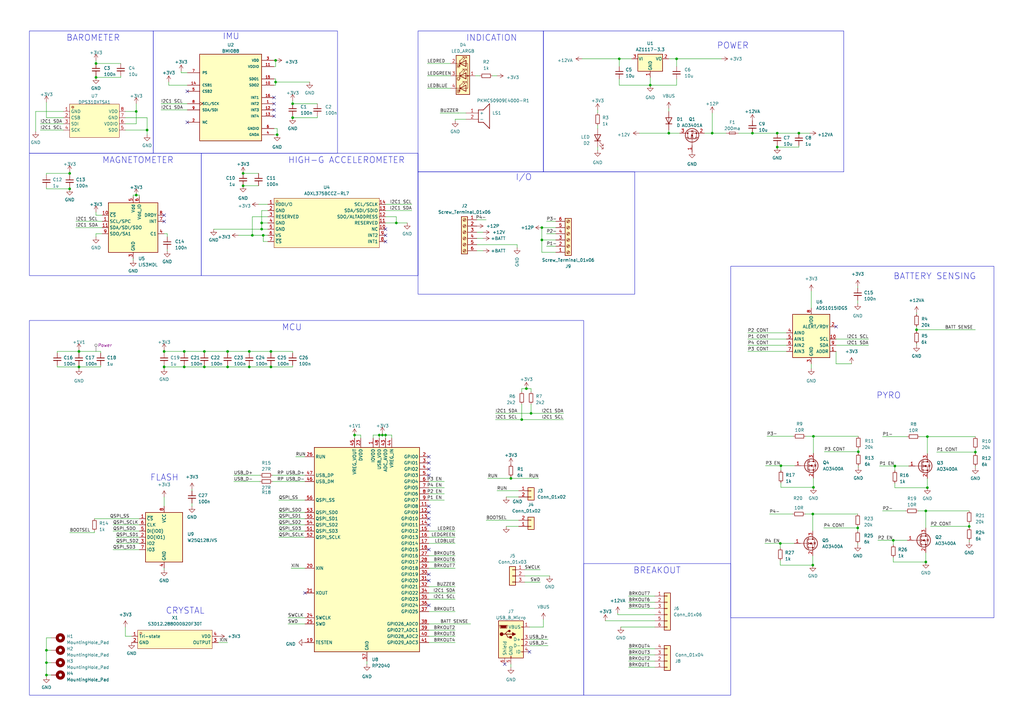
<source format=kicad_sch>
(kicad_sch (version 20230121) (generator eeschema)
  (paper "A3")
  (title_block (title "LYRA Flight Computer V3") (date "2023-11-23") (rev "0") (company "Polaris Rocketry Systems"))
  (junction (at 75.565 150.495))
  (junction (at 352.044 185.293))
  (junction (at 318.77 54.61))
  (junction (at 213.995 172.085))
  (junction (at 274.32 54.61))
  (junction (at 367.03 191.135))
  (junction (at 83.82 144.145))
  (junction (at 55.88 80.01))
  (junction (at 19.05 271.78))
  (junction (at 113.03 24.765))
  (junction (at 380.365 200.025))
  (junction (at 266.7 34.925))
  (junction (at 93.345 150.495))
  (junction (at 320.04 222.885))
  (junction (at 39.37 26.035))
  (junction (at 351.79 216.535))
  (junction (at 39.37 31.75))
  (junction (at 99.695 71.12))
  (junction (at 155.575 178.435))
  (junction (at 222.25 93.345))
  (junction (at 28.575 77.47))
  (junction (at 120.015 48.26))
  (junction (at 19.05 276.86))
  (junction (at 215.9 159.385))
  (junction (at 320.294 191.008))
  (junction (at 222.25 98.425))
  (junction (at 333.629 178.943))
  (junction (at 400.05 185.42))
  (junction (at 102.235 144.145))
  (junction (at 67.31 150.495))
  (junction (at 366.395 221.615))
  (junction (at 60.325 53.34))
  (junction (at 333.629 199.898))
  (junction (at 28.575 71.12))
  (junction (at 102.235 150.495))
  (junction (at 19.05 266.7))
  (junction (at 113.665 55.245))
  (junction (at 83.82 150.495))
  (junction (at 379.73 230.505))
  (junction (at 32.385 150.495))
  (junction (at 217.805 169.545))
  (junction (at 333.375 210.82))
  (junction (at 327.66 54.61))
  (junction (at 103.505 96.52))
  (junction (at 113.03 33.655))
  (junction (at 380.365 179.07))
  (junction (at 375.92 135.255))
  (junction (at 111.125 150.495))
  (junction (at 145.415 178.435))
  (junction (at 397.51 215.9))
  (junction (at 277.495 24.13))
  (junction (at 107.315 91.44))
  (junction (at 107.315 93.98))
  (junction (at 308.61 54.61))
  (junction (at 120.015 42.545))
  (junction (at 67.31 144.145))
  (junction (at 333.375 231.775))
  (junction (at 107.95 96.52))
  (junction (at 75.565 144.145))
  (junction (at 32.385 144.145))
  (junction (at 156.845 178.435))
  (junction (at 318.77 60.325))
  (junction (at 292.1 54.61))
  (junction (at 209.55 196.215))
  (junction (at 254 24.13))
  (junction (at 379.73 209.55))
  (junction (at 111.125 144.145))
  (junction (at 55.88 45.72))
  (junction (at 93.345 144.145))
  (junction (at 162.56 91.44))
  (junction (at 158.115 178.435))
  (junction (at 99.695 76.2))
  (no_connect (at 112.395 42.545))
  (no_connect (at 175.895 194.945))
  (no_connect (at 175.895 248.285))
  (no_connect (at 175.895 189.865))
  (no_connect (at 175.895 215.265))
  (no_connect (at 175.895 238.125))
  (no_connect (at 76.835 50.165))
  (no_connect (at 207.01 272.415))
  (no_connect (at 217.17 267.335))
  (no_connect (at 76.835 37.465))
  (no_connect (at 112.395 40.005))
  (no_connect (at 342.9 133.985))
  (no_connect (at 175.895 192.405))
  (no_connect (at 67.31 90.805))
  (no_connect (at 125.095 243.205))
  (no_connect (at 175.895 235.585))
  (no_connect (at 175.895 210.185))
  (no_connect (at 158.115 99.06))
  (no_connect (at 175.895 212.725))
  (no_connect (at 67.31 88.265))
  (no_connect (at 158.115 93.98))
  (no_connect (at 175.895 225.425))
  (no_connect (at 112.395 45.085))
  (no_connect (at 175.895 187.325))
  (no_connect (at 112.395 47.625))
  (no_connect (at 158.115 96.52))
  (no_connect (at 175.895 207.645))
  (wire (pts (xy 106.045 83.82) (xy 109.855 83.82)))
  (wire (pts (xy 39.37 24.765) (xy 39.37 26.035)))
  (wire (pts (xy 121.285 187.325) (xy 125.095 187.325)))
  (wire (pts (xy 320.294 199.898) (xy 333.629 199.898)))
  (wire (pts (xy 212.725 215.9) (xy 207.645 215.9)))
  (wire (pts (xy 352.044 191.008) (xy 352.044 191.643)))
  (wire (pts (xy 209.55 196.215) (xy 220.98 196.215)))
  (wire (pts (xy 366.395 230.505) (xy 366.395 228.6)))
  (wire (pts (xy 57.15 215.265) (xy 46.355 215.265)))
  (wire (pts (xy 222.25 98.425) (xy 222.25 103.505)))
  (wire (pts (xy 97.79 96.52) (xy 103.505 96.52)))
  (wire (pts (xy 175.895 250.825) (xy 186.69 250.825)))
  (wire (pts (xy 57.15 217.805) (xy 46.355 217.805)))
  (wire (pts (xy 268.605 268.605) (xy 257.81 268.605)))
  (wire (pts (xy 68.58 102.235) (xy 68.58 102.87)))
  (wire (pts (xy 51.435 45.72) (xy 55.88 45.72)))
  (wire (pts (xy 182.245 197.485) (xy 175.895 197.485)))
  (wire (pts (xy 38.735 218.44) (xy 38.735 217.805)))
  (wire (pts (xy 306.705 136.525) (xy 322.58 136.525)))
  (wire (pts (xy 397.51 221.615) (xy 397.51 222.25)))
  (wire (pts (xy 209.55 272.415) (xy 209.55 273.685)))
  (wire (pts (xy 19.05 48.26) (xy 26.035 48.26)))
  (wire (pts (xy 186.69 48.895) (xy 191.135 48.895)))
  (wire (pts (xy 113.665 52.705) (xy 113.665 55.245)))
  (wire (pts (xy 153.035 179.705) (xy 153.035 178.435)))
  (wire (pts (xy 360.045 221.615) (xy 366.395 221.615)))
  (wire (pts (xy 118.11 253.365) (xy 125.095 253.365)))
  (wire (pts (xy 93.345 144.145) (xy 102.235 144.145)))
  (wire (pts (xy 19.05 271.78) (xy 19.05 266.7)))
  (wire (pts (xy 147.955 178.435) (xy 147.955 179.705)))
  (wire (pts (xy 57.15 225.425) (xy 46.355 225.425)))
  (wire (pts (xy 49.53 31.115) (xy 49.53 31.75)))
  (wire (pts (xy 175.895 233.045) (xy 186.69 233.045)))
  (wire (pts (xy 277.495 24.13) (xy 277.495 27.305)))
  (wire (pts (xy 195.58 97.79) (xy 198.12 97.79)))
  (wire (pts (xy 213.995 159.385) (xy 215.9 159.385)))
  (wire (pts (xy 180.481 46.3637) (xy 187.96 46.3637)))
  (wire (pts (xy 175.895 245.745) (xy 186.69 245.745)))
  (wire (pts (xy 109.855 88.9) (xy 103.505 88.9)))
  (wire (pts (xy 112.395 34.925) (xy 113.03 34.925)))
  (wire (pts (xy 55.88 45.72) (xy 55.88 50.8)))
  (wire (pts (xy 292.1 46.355) (xy 292.1 54.61)))
  (wire (pts (xy 120.015 47.625) (xy 120.015 48.26)))
  (wire (pts (xy 351.79 123.19) (xy 351.79 124.46)))
  (wire (pts (xy 212.09 100.33) (xy 195.58 100.33)))
  (wire (pts (xy 125.095 233.045) (xy 119.38 233.045)))
  (wire (pts (xy 352.044 185.293) (xy 352.044 185.928)))
  (wire (pts (xy 111.125 144.145) (xy 120.015 144.145)))
  (wire (pts (xy 114.3 217.805) (xy 125.095 217.805)))
  (wire (pts (xy 175.895 255.905) (xy 193.04 255.905)))
  (wire (pts (xy 222.25 93.345) (xy 227.965 93.345)))
  (wire (pts (xy 19.05 41.91) (xy 19.05 48.26)))
  (wire (pts (xy 55.88 80.01) (xy 57.15 80.01)))
  (wire (pts (xy 201.93 31.115) (xy 203.835 31.115)))
  (wire (pts (xy 39.37 88.265) (xy 41.91 88.265)))
  (wire (pts (xy 75.565 144.145) (xy 83.82 144.145)))
  (wire (pts (xy 111.76 197.485) (xy 125.095 197.485)))
  (wire (pts (xy 114.3 212.725) (xy 125.095 212.725)))
  (wire (pts (xy 351.79 215.9) (xy 351.79 216.535)))
  (wire (pts (xy 76.835 45.085) (xy 66.04 45.085)))
  (wire (pts (xy 39.37 97.155) (xy 39.37 95.885)))
  (wire (pts (xy 158.115 88.9) (xy 162.56 88.9)))
  (wire (pts (xy 19.05 266.7) (xy 20.955 266.7)))
  (wire (pts (xy 342.9 141.605) (xy 356.235 141.605)))
  (wire (pts (xy 103.505 88.9) (xy 103.505 96.52)))
  (wire (pts (xy 195.58 95.25) (xy 198.12 95.25)))
  (wire (pts (xy 254 24.13) (xy 259.08 24.13)))
  (wire (pts (xy 19.05 277.495) (xy 19.05 276.86)))
  (wire (pts (xy 111.125 150.495) (xy 111.125 149.86)))
  (wire (pts (xy 361.95 179.07) (xy 372.11 179.07)))
  (wire (pts (xy 107.95 96.52) (xy 109.855 96.52)))
  (wire (pts (xy 330.454 178.943) (xy 333.629 178.943)))
  (wire (pts (xy 175.895 222.885) (xy 186.69 222.885)))
  (wire (pts (xy 217.17 262.255) (xy 224.79 262.255)))
  (wire (pts (xy 379.73 226.695) (xy 379.73 230.505)))
  (wire (pts (xy 32.385 144.145) (xy 41.275 144.145)))
  (wire (pts (xy 19.05 276.86) (xy 19.05 271.78)))
  (wire (pts (xy 254.635 257.175) (xy 268.605 257.175)))
  (wire (pts (xy 145.415 178.435) (xy 145.415 179.705)))
  (wire (pts (xy 195.58 102.87) (xy 198.12 102.87)))
  (wire (pts (xy 60.325 53.34) (xy 60.325 48.26)))
  (wire (pts (xy 320.04 224.79) (xy 320.04 222.885)))
  (wire (pts (xy 67.31 144.145) (xy 67.31 144.78)))
  (wire (pts (xy 107.315 93.98) (xy 109.855 93.98)))
  (wire (pts (xy 32.385 143.51) (xy 32.385 144.145)))
  (wire (pts (xy 162.56 91.44) (xy 167.005 91.44)))
  (wire (pts (xy 333.629 178.943) (xy 333.629 185.928)))
  (wire (pts (xy 83.82 150.495) (xy 93.345 150.495)))
  (wire (pts (xy 120.015 150.495) (xy 120.015 149.86)))
  (wire (pts (xy 162.56 91.44) (xy 162.56 88.9)))
  (wire (pts (xy 274.32 53.34) (xy 274.32 54.61)))
  (wire (pts (xy 366.395 221.615) (xy 372.11 221.615)))
  (wire (pts (xy 19.05 266.7) (xy 19.05 261.62)))
  (wire (pts (xy 333.375 227.965) (xy 333.375 231.775)))
  (wire (pts (xy 93.345 263.525) (xy 89.535 263.525)))
  (wire (pts (xy 222.885 254) (xy 222.885 257.175)))
  (wire (pts (xy 238.76 24.13) (xy 254 24.13)))
  (wire (pts (xy 380.365 200.025) (xy 367.03 200.025)))
  (wire (pts (xy 266.7 31.75) (xy 266.7 34.925)))
  (wire (pts (xy 158.115 178.435) (xy 160.655 178.435)))
  (wire (pts (xy 215.265 233.68) (xy 221.615 233.68)))
  (wire (pts (xy 114.3 210.185) (xy 125.095 210.185)))
  (wire (pts (xy 217.17 264.795) (xy 224.79 264.795)))
  (wire (pts (xy 75.565 150.495) (xy 83.82 150.495)))
  (wire (pts (xy 26.035 50.8) (xy 16.51 50.8)))
  (wire (pts (xy 222.25 93.345) (xy 222.25 98.425)))
  (wire (pts (xy 361.95 209.55) (xy 371.475 209.55)))
  (wire (pts (xy 376.555 209.55) (xy 379.73 209.55)))
  (wire (pts (xy 268.605 273.685) (xy 257.81 273.685)))
  (wire (pts (xy 153.035 178.435) (xy 155.575 178.435)))
  (wire (pts (xy 274.32 54.61) (xy 278.765 54.61)))
  (wire (pts (xy 209.55 195.58) (xy 209.55 196.215)))
  (wire (pts (xy 175.26 36.195) (xy 184.785 36.195)))
  (wire (pts (xy 107.315 86.36) (xy 107.315 91.44)))
  (wire (pts (xy 327.66 60.325) (xy 318.77 60.325)))
  (wire (pts (xy 67.31 143.51) (xy 67.31 144.145)))
  (wire (pts (xy 67.31 150.495) (xy 75.565 150.495)))
  (wire (pts (xy 245.11 60.325) (xy 245.11 61.595)))
  (wire (pts (xy 67.31 150.495) (xy 67.31 151.13)))
  (wire (pts (xy 215.265 238.76) (xy 221.615 238.76)))
  (wire (pts (xy 75.565 144.145) (xy 75.565 144.78)))
  (wire (pts (xy 41.275 150.495) (xy 41.275 149.86)))
  (wire (pts (xy 306.705 139.065) (xy 322.58 139.065)))
  (wire (pts (xy 93.345 150.495) (xy 102.235 150.495)))
  (wire (pts (xy 41.275 144.145) (xy 41.275 144.78)))
  (wire (pts (xy 187.96 46.355) (xy 191.135 46.355)))
  (wire (pts (xy 102.235 150.495) (xy 102.235 149.86)))
  (wire (pts (xy 120.015 42.545) (xy 130.175 42.545)))
  (wire (pts (xy 332.74 119.38) (xy 332.74 126.365)))
  (wire (pts (xy 217.17 257.175) (xy 222.885 257.175)))
  (wire (pts (xy 338.074 185.293) (xy 352.044 185.293)))
  (wire (pts (xy 377.19 179.07) (xy 380.365 179.07)))
  (wire (pts (xy 213.995 165.735) (xy 213.995 172.085)))
  (wire (pts (xy 127 33.655) (xy 113.03 33.655)))
  (wire (pts (xy 106.045 71.12) (xy 99.695 71.12)))
  (wire (pts (xy 19.05 271.78) (xy 20.955 271.78)))
  (wire (pts (xy 103.505 96.52) (xy 107.95 96.52)))
  (wire (pts (xy 375.92 135.255) (xy 375.92 135.89)))
  (wire (pts (xy 130.175 47.625) (xy 130.175 48.26)))
  (wire (pts (xy 187.96 46.3637) (xy 187.96 46.355)))
  (wire (pts (xy 39.37 31.75) (xy 49.53 31.75)))
  (wire (pts (xy 375.92 135.255) (xy 400.05 135.255)))
  (wire (pts (xy 28.575 76.835) (xy 28.575 77.47)))
  (wire (pts (xy 68.58 95.885) (xy 68.58 97.155)))
  (wire (pts (xy 268.605 244.475) (xy 257.81 244.475)))
  (wire (pts (xy 155.575 178.435) (xy 155.575 179.705)))
  (wire (pts (xy 111.125 144.145) (xy 111.125 144.78)))
  (wire (pts (xy 67.31 95.885) (xy 68.58 95.885)))
  (wire (pts (xy 400.05 191.135) (xy 400.05 191.77)))
  (wire (pts (xy 114.3 220.345) (xy 125.095 220.345)))
  (wire (pts (xy 175.895 230.505) (xy 186.69 230.505)))
  (wire (pts (xy 23.495 144.145) (xy 23.495 144.78)))
  (wire (pts (xy 199.39 90.17) (xy 195.58 90.17)))
  (wire (pts (xy 277.495 32.385) (xy 277.495 34.925)))
  (wire (pts (xy 175.26 31.115) (xy 184.785 31.115)))
  (wire (pts (xy 315.595 210.82) (xy 325.12 210.82)))
  (wire (pts (xy 381.635 215.9) (xy 397.51 215.9)))
  (wire (pts (xy 87.63 93.98) (xy 107.315 93.98)))
  (wire (pts (xy 351.79 117.475) (xy 351.79 118.11)))
  (wire (pts (xy 158.115 178.435) (xy 158.115 179.705)))
  (wire (pts (xy 222.25 98.425) (xy 227.965 98.425)))
  (wire (pts (xy 112.395 27.305) (xy 113.03 27.305)))
  (wire (pts (xy 32.385 150.495) (xy 41.275 150.495)))
  (wire (pts (xy 150.495 272.415) (xy 150.495 271.145)))
  (wire (pts (xy 83.82 144.145) (xy 93.345 144.145)))
  (wire (pts (xy 330.2 210.82) (xy 333.375 210.82)))
  (wire (pts (xy 254 32.385) (xy 254 34.925)))
  (wire (pts (xy 212.725 213.36) (xy 199.39 213.36)))
  (wire (pts (xy 217.805 159.385) (xy 217.805 160.655)))
  (wire (pts (xy 95.885 194.945) (xy 106.68 194.945)))
  (wire (pts (xy 28.575 71.12) (xy 28.575 71.755)))
  (wire (pts (xy 39.37 31.115) (xy 39.37 31.75)))
  (wire (pts (xy 51.435 260.985) (xy 53.975 260.985)))
  (wire (pts (xy 76.835 42.545) (xy 66.04 42.545)))
  (wire (pts (xy 120.015 48.26) (xy 130.175 48.26)))
  (wire (pts (xy 203.2 169.545) (xy 217.805 169.545)))
  (wire (pts (xy 351.79 222.885) (xy 351.79 223.52)))
  (wire (pts (xy 268.605 247.015) (xy 257.81 247.015)))
  (wire (pts (xy 47.625 222.885) (xy 57.15 222.885)))
  (wire (pts (xy 69.215 33.655) (xy 69.215 34.925)))
  (wire (pts (xy 175.26 26.035) (xy 184.785 26.035)))
  (wire (pts (xy 39.37 86.995) (xy 39.37 88.265)))
  (wire (pts (xy 175.895 243.205) (xy 186.69 243.205)))
  (wire (pts (xy 120.015 144.145) (xy 120.015 144.78)))
  (wire (pts (xy 19.05 261.62) (xy 20.955 261.62)))
  (wire (pts (xy 308.61 54.61) (xy 318.77 54.61)))
  (wire (pts (xy 175.895 258.445) (xy 186.69 258.445)))
  (wire (pts (xy 75.565 150.495) (xy 75.565 149.86)))
  (wire (pts (xy 397.51 215.9) (xy 397.51 216.535)))
  (wire (pts (xy 380.365 179.07) (xy 400.05 179.07)))
  (wire (pts (xy 78.74 207.645) (xy 78.74 206.375)))
  (wire (pts (xy 41.91 90.805) (xy 31.115 90.805)))
  (wire (pts (xy 83.82 144.145) (xy 83.82 144.78)))
  (wire (pts (xy 375.92 128.27) (xy 375.92 128.905)))
  (wire (pts (xy 39.37 95.885) (xy 41.91 95.885)))
  (wire (pts (xy 268.605 249.555) (xy 257.81 249.555)))
  (wire (pts (xy 186.69 49.53) (xy 186.69 48.895)))
  (wire (pts (xy 224.155 100.965) (xy 227.965 100.965)))
  (wire (pts (xy 360.68 191.135) (xy 367.03 191.135)))
  (wire (pts (xy 32.385 150.495) (xy 32.385 151.13)))
  (wire (pts (xy 51.435 53.34) (xy 60.325 53.34)))
  (wire (pts (xy 266.7 34.925) (xy 277.495 34.925)))
  (wire (pts (xy 268.605 266.065) (xy 257.81 266.065)))
  (wire (pts (xy 351.79 216.535) (xy 351.79 217.805)))
  (wire (pts (xy 41.91 93.345) (xy 31.115 93.345)))
  (wire (pts (xy 47.625 220.345) (xy 57.15 220.345)))
  (wire (pts (xy 175.895 220.345) (xy 186.69 220.345)))
  (wire (pts (xy 19.05 71.12) (xy 19.05 71.755)))
  (wire (pts (xy 224.155 95.885) (xy 227.965 95.885)))
  (wire (pts (xy 342.9 149.225) (xy 349.25 149.225)))
  (wire (pts (xy 54.61 106.045) (xy 54.61 106.68)))
  (wire (pts (xy 118.11 255.905) (xy 125.095 255.905)))
  (wire (pts (xy 245.11 45.085) (xy 245.11 46.355)))
  (wire (pts (xy 28.575 77.47) (xy 19.05 77.47)))
  (wire (pts (xy 213.995 159.385) (xy 213.995 160.655)))
  (wire (pts (xy 93.345 150.495) (xy 93.345 149.86)))
  (wire (pts (xy 375.92 133.985) (xy 375.92 135.255)))
  (wire (pts (xy 380.365 179.07) (xy 380.365 186.055)))
  (wire (pts (xy 158.115 91.44) (xy 162.56 91.44)))
  (wire (pts (xy 367.03 200.025) (xy 367.03 198.12)))
  (wire (pts (xy 400.05 184.15) (xy 400.05 185.42)))
  (wire (pts (xy 112.395 32.385) (xy 113.03 32.385)))
  (wire (pts (xy 274.32 24.13) (xy 277.495 24.13)))
  (wire (pts (xy 314.579 178.943) (xy 325.374 178.943)))
  (wire (pts (xy 274.32 44.45) (xy 274.32 45.72)))
  (wire (pts (xy 366.395 223.52) (xy 366.395 221.615)))
  (wire (pts (xy 111.76 194.945) (xy 125.095 194.945)))
  (wire (pts (xy 253.365 252.095) (xy 268.605 252.095)))
  (wire (pts (xy 158.115 86.36) (xy 168.91 86.36)))
  (wire (pts (xy 83.82 150.495) (xy 83.82 149.86)))
  (wire (pts (xy 78.74 200.66) (xy 78.74 201.295)))
  (wire (pts (xy 51.435 257.175) (xy 51.435 260.985)))
  (wire (pts (xy 268.605 271.145) (xy 257.81 271.145)))
  (wire (pts (xy 222.25 103.505) (xy 227.965 103.505)))
  (wire (pts (xy 217.805 169.545) (xy 231.14 169.545)))
  (wire (pts (xy 254 24.13) (xy 254 27.305)))
  (wire (pts (xy 19.05 76.835) (xy 19.05 77.47)))
  (wire (pts (xy 14.605 45.72) (xy 26.035 45.72)))
  (wire (pts (xy 367.03 191.135) (xy 372.745 191.135)))
  (wire (pts (xy 155.575 178.435) (xy 156.845 178.435)))
  (wire (pts (xy 106.045 76.2) (xy 99.695 76.2)))
  (wire (pts (xy 306.705 144.145) (xy 322.58 144.145)))
  (wire (pts (xy 67.31 233.68) (xy 67.31 233.045)))
  (wire (pts (xy 333.375 210.82) (xy 333.375 217.805)))
  (wire (pts (xy 313.944 191.008) (xy 320.294 191.008)))
  (wire (pts (xy 26.035 53.34) (xy 16.51 53.34)))
  (wire (pts (xy 277.495 24.13) (xy 295.91 24.13)))
  (wire (pts (xy 113.03 27.305) (xy 113.03 24.765)))
  (wire (pts (xy 327.66 54.61) (xy 318.77 54.61)))
  (wire (pts (xy 224.155 90.805) (xy 227.965 90.805)))
  (wire (pts (xy 333.629 196.088) (xy 333.629 199.898)))
  (wire (pts (xy 248.285 254.635) (xy 268.605 254.635)))
  (wire (pts (xy 333.629 178.943) (xy 352.044 178.943)))
  (wire (pts (xy 156.845 177.8) (xy 156.845 178.435)))
  (wire (pts (xy 379.73 209.55) (xy 379.73 216.535)))
  (wire (pts (xy 333.375 210.82) (xy 351.79 210.82)))
  (wire (pts (xy 107.315 91.44) (xy 107.315 93.98)))
  (wire (pts (xy 111.125 150.495) (xy 120.015 150.495)))
  (wire (pts (xy 342.9 144.145) (xy 342.9 149.225)))
  (wire (pts (xy 102.235 144.145) (xy 102.235 144.78)))
  (wire (pts (xy 55.88 80.01) (xy 54.61 80.01)))
  (wire (pts (xy 54.61 80.01) (xy 54.61 80.645)))
  (wire (pts (xy 215.9 159.385) (xy 217.805 159.385)))
  (wire (pts (xy 332.74 149.225) (xy 332.74 151.13)))
  (wire (pts (xy 113.03 32.385) (xy 113.03 33.655)))
  (wire (pts (xy 109.855 86.36) (xy 107.315 86.36)))
  (wire (pts (xy 28.575 218.44) (xy 38.735 218.44)))
  (wire (pts (xy 253.365 251.46) (xy 253.365 252.095)))
  (wire (pts (xy 262.255 54.61) (xy 274.32 54.61)))
  (wire (pts (xy 352.044 184.023) (xy 352.044 185.293)))
  (wire (pts (xy 67.31 144.145) (xy 75.565 144.145)))
  (wire (pts (xy 320.294 191.008) (xy 326.009 191.008)))
  (wire (pts (xy 302.895 54.61) (xy 308.61 54.61)))
  (wire (pts (xy 182.245 202.565) (xy 175.895 202.565)))
  (wire (pts (xy 23.495 150.495) (xy 32.385 150.495)))
  (wire (pts (xy 60.325 55.245) (xy 60.325 53.34)))
  (wire (pts (xy 28.575 70.485) (xy 28.575 71.12)))
  (wire (pts (xy 109.855 91.44) (xy 107.315 91.44)))
  (wire (pts (xy 39.37 26.035) (xy 49.53 26.035)))
  (wire (pts (xy 32.385 150.495) (xy 32.385 149.86)))
  (wire (pts (xy 112.395 24.765) (xy 113.03 24.765)))
  (wire (pts (xy 93.345 144.145) (xy 93.345 144.78)))
  (wire (pts (xy 213.995 172.085) (xy 231.14 172.085)))
  (wire (pts (xy 182.245 200.025) (xy 175.895 200.025)))
  (wire (pts (xy 158.115 83.82) (xy 168.91 83.82)))
  (wire (pts (xy 217.805 165.735) (xy 217.805 169.545)))
  (wire (pts (xy 32.385 144.145) (xy 32.385 144.78)))
  (wire (pts (xy 120.015 41.275) (xy 120.015 42.545)))
  (wire (pts (xy 313.69 222.885) (xy 320.04 222.885)))
  (wire (pts (xy 112.395 55.245) (xy 113.665 55.245)))
  (wire (pts (xy 23.495 150.495) (xy 23.495 149.86)))
  (wire (pts (xy 112.395 52.705) (xy 113.665 52.705)))
  (wire (pts (xy 320.294 192.913) (xy 320.294 191.008)))
  (wire (pts (xy 156.845 178.435) (xy 158.115 178.435)))
  (wire (pts (xy 182.245 205.105) (xy 175.895 205.105)))
  (wire (pts (xy 114.3 215.265) (xy 125.095 215.265)))
  (wire (pts (xy 333.375 231.775) (xy 320.04 231.775)))
  (wire (pts (xy 14.605 53.975) (xy 14.605 45.72)))
  (wire (pts (xy 203.2 172.085) (xy 213.995 172.085)))
  (wire (pts (xy 67.31 203.835) (xy 67.31 207.645)))
  (wire (pts (xy 23.495 144.145) (xy 32.385 144.145)))
  (wire (pts (xy 19.05 71.12) (xy 28.575 71.12)))
  (wire (pts (xy 69.215 34.925) (xy 76.835 34.925)))
  (wire (pts (xy 245.11 52.705) (xy 245.11 51.435)))
  (wire (pts (xy 207.645 203.835) (xy 212.725 203.835)))
  (wire (pts (xy 57.15 80.01) (xy 57.15 80.645)))
  (wire (pts (xy 380.365 196.215) (xy 380.365 200.025)))
  (wire (pts (xy 175.895 217.805) (xy 186.69 217.805)))
  (wire (pts (xy 367.03 193.04) (xy 367.03 191.135)))
  (wire (pts (xy 102.235 144.145) (xy 111.125 144.145)))
  (wire (pts (xy 194.945 31.115) (xy 196.85 31.115)))
  (wire (pts (xy 203.835 201.295) (xy 212.725 201.295)))
  (wire (pts (xy 292.1 54.61) (xy 297.815 54.61)))
  (wire (pts (xy 109.855 99.06) (xy 107.95 99.06)))
  (wire (pts (xy 113.03 33.655) (xy 113.03 34.925)))
  (wire (pts (xy 379.73 230.505) (xy 366.395 230.505)))
  (wire (pts (xy 397.51 214.63) (xy 397.51 215.9)))
  (wire (pts (xy 55.88 50.8) (xy 51.435 50.8)))
  (wire (pts (xy 342.9 139.065) (xy 356.235 139.065)))
  (wire (pts (xy 212.09 101.6) (xy 212.09 100.33)))
  (wire (pts (xy 74.295 29.845) (xy 76.835 29.845)))
  (wire (pts (xy 327.66 59.69) (xy 327.66 60.325)))
  (wire (pts (xy 175.895 263.525) (xy 186.69 263.525)))
  (wire (pts (xy 67.31 150.495) (xy 67.31 149.86)))
  (wire (pts (xy 254 34.925) (xy 266.7 34.925)))
  (wire (pts (xy 379.73 209.55) (xy 397.51 209.55)))
  (wire (pts (xy 320.04 222.885) (xy 325.755 222.885)))
  (wire (pts (xy 55.88 42.545) (xy 55.88 45.72)))
  (wire (pts (xy 160.655 178.435) (xy 160.655 179.705)))
  (wire (pts (xy 145.415 178.435) (xy 147.955 178.435)))
  (wire (pts (xy 74.295 29.845) (xy 74.295 29.21)))
  (wire (pts (xy 175.895 227.965) (xy 186.69 227.965)))
  (wire (pts (xy 175.895 260.985) (xy 186.69 260.985)))
  (wire (pts (xy 95.885 197.485) (xy 106.68 197.485)))
  (wire (pts (xy 38.735 212.725) (xy 57.15 212.725)))
  (wire (pts (xy 60.325 48.26) (xy 51.435 48.26)))
  (wire (pts (xy 318.77 59.69) (xy 318.77 60.325)))
  (wire (pts (xy 200.025 196.215) (xy 209.55 196.215)))
  (wire (pts (xy 288.925 54.61) (xy 292.1 54.61)))
  (wire (pts (xy 332.105 54.61) (xy 327.66 54.61)))
  (wire (pts (xy 375.92 140.97) (xy 375.92 141.605)))
  (wire (pts (xy 400.05 185.42) (xy 400.05 186.055)))
  (wire (pts (xy 215.265 236.22) (xy 225.425 236.22)))
  (wire (pts (xy 107.95 99.06) (xy 107.95 96.52)))
  (wire (pts (xy 102.235 150.495) (xy 111.125 150.495)))
  (wire (pts (xy 19.05 276.86) (xy 20.955 276.86)))
  (wire (pts (xy 320.04 231.775) (xy 320.04 229.87)))
  (wire (pts (xy 337.82 216.535) (xy 351.79 216.535)))
  (wire (pts (xy 175.895 240.665) (xy 186.69 240.665)))
  (wire (pts (xy 114.3 205.105) (xy 125.095 205.105)))
  (wire (pts (xy 384.175 185.42) (xy 400.05 185.42)))
  (wire (pts (xy 320.294 199.898) (xy 320.294 197.993)))
  (wire (pts (xy 306.705 141.605) (xy 322.58 141.605)))
  (rectangle (start 299.72 109.22) (end 407.67 253.365))
  (rectangle (start 12.065 12.7) (end 62.865 62.865))
  (rectangle (start 239.395 231.14) (end 299.72 285.115))
  (rectangle (start 82.55 62.865) (end 171.45 113.03))
  (rectangle (start 12.065 131.445) (end 239.395 285.115))
  (rectangle (start 222.885 12.7) (end 346.075 70.485))
  (rectangle (start 12.065 62.865) (end 82.55 113.03))
  (rectangle (start 171.45 70.485) (end 260.35 120.65))
  (rectangle (start 171.45 12.7) (end 222.885 70.485))
  (rectangle (start 62.865 12.7) (end 138.43 62.865))
  (text "HIGH-G ACCELEROMETER" (at 118.11 67.31 0) (effects (font (size 2.54 2.54)) (justify left bottom)))
  (text "MAGNETOMETER" (at 41.91 67.31 0) (effects (font (size 2.54 2.54)) (justify left bottom)))
  (text "I/O" (at 211.455 74.295 0) (effects (font (size 2.54 2.54)) (justify left bottom)))
  (text "CRYSTAL" (at 67.945 252.095 0) (effects (font (size 2.54 2.54)) (justify left bottom)))
  (text "FLASH" (at 61.595 197.485 0) (effects (font (size 2.54 2.54)) (justify left bottom)))
  (text "IMU" (at 91.299 16.5013 0) (effects (font (size 2.54 2.54)) (justify left bottom)))
  (text "POWER\n" (at 294.005 20.32 0) (effects (font (size 2.54 2.54)) (justify left bottom)))
  (text "BATTERY SENSING" (at 366.395 114.935 0) (effects (font (size 2.54 2.54)) (justify left bottom)))
  (text "INDICATION" (at 191.135 17.145 0) (effects (font (size 2.54 2.54)) (justify left bottom)))
  (text "MCU" (at 115.57 135.89 0) (effects (font (size 2.54 2.54)) (justify left bottom)))
  (text "PYRO" (at 359.41 163.83 0) (effects (font (size 2.54 2.54)) (justify left bottom)))
  (text "BAROMETER" (at 27.164 17.1363 0) (effects (font (size 2.54 2.54)) (justify left bottom)))
  (text "BREAKOUT" (at 259.715 235.585 0) (effects (font (size 2.54 2.54)) (justify left bottom)))
  (label "I2C1 SCL" (at 203.2 172.085 0))
  (label "BRKOUT6" (at 186.69 230.505 180))
  (label "XIN" (at 93.345 263.525 180))
  (label "I2C1 SDA" (at 66.04 45.085 0))
  (label "SWD" (at 118.11 255.905 0))
  (label "P2-" (at 224.155 95.885 0))
  (label "USB_D-" (at 224.79 264.795 180))
  (label "I2C1 SDA" (at 168.91 86.36 180))
  (label "I2C1 SDA" (at 31.115 93.345 0))
  (label "P1 EN " (at 360.68 191.135 0))
  (label "P2-" (at 361.95 209.55 0))
  (label "RUN" (at 220.98 196.215 180))
  (label "BRKOUT5" (at 186.69 227.965 180))
  (label "QSPI_SCLK" (at 114.3 220.345 0))
  (label "BRKOUT7" (at 186.69 233.045 180))
  (label "BUZZER" (at 186.69 240.665 180))
  (label "P2 CONT " (at 306.705 136.525 0))
  (label "BRKOUT2" (at 186.69 258.445 180))
  (label "QSPI_SD2" (at 114.3 215.265 0))
  (label "P1 CONT " (at 306.705 139.065 0))
  (label "BOOTSEL" (at 199.39 213.36 0))
  (label "P4 CONT " (at 306.705 141.605 0))
  (label "BRKOUT3" (at 186.69 260.985 180))
  (label "BRKOUT7" (at 257.81 244.475 0))
  (label "BRKOUT2" (at 257.81 271.145 0))
  (label "P1 EN " (at 182.245 205.105 180))
  (label "QSPI_SD3" (at 46.355 225.425 0))
  (label "P1-" (at 224.155 100.965 0))
  (label "BRKOUT6" (at 257.81 247.015 0))
  (label "I2C1 SCL" (at 168.91 83.82 180))
  (label "P2 EN " (at 360.045 221.615 0))
  (label "LEDBLUE" (at 186.69 222.885 180))
  (label "P4-" (at 199.39 90.17 180))
  (label "RP USB_D+" (at 113.665 194.945 0))
  (label "P3 CONT " (at 338.074 185.293 0))
  (label "P4 EN " (at 313.69 222.885 0))
  (label "SWCLK" (at 118.11 253.365 0))
  (label "I2C1 SCL" (at 186.69 245.745 180))
  (label "I2C1 SDA" (at 16.51 50.8 0))
  (label "P4 CONT " (at 337.82 216.535 0))
  (label "I2C1 SDA" (at 231.14 169.545 180))
  (label "P4-" (at 315.595 210.82 0))
  (label "USB_D+" (at 224.79 262.255 180))
  (label "P2 EN " (at 182.245 202.565 180))
  (label "LEDRED" (at 186.69 217.805 180))
  (label "XIN" (at 119.38 233.045 0))
  (label "I2C1 SCL" (at 31.115 90.805 0))
  (label "I2C1 SCL" (at 66.04 42.545 0))
  (label "QSPI_SS" (at 45.085 212.725 0))
  (label "QSPI_SD2" (at 47.625 222.885 0))
  (label "QSPI_SDO" (at 114.3 210.185 0))
  (label "I2C1 SCL" (at 231.14 172.085 180))
  (label "USB_D-" (at 95.885 197.485 0))
  (label "USB_D+" (at 95.885 194.945 0))
  (label "P2 CONT " (at 381.635 215.9 0))
  (label "BATT SENSE " (at 400.05 135.255 180))
  (label "RP USB_D-" (at 113.665 197.485 0))
  (label "LEDRED" (at 175.26 26.035 0))
  (label "LEDGREEN" (at 175.26 31.115 0))
  (label "P1-" (at 361.95 179.07 0))
  (label "QSPI_SD3" (at 114.3 217.805 0))
  (label "QSPI_SDO" (at 46.355 217.805 0))
  (label "LEDBLUE" (at 175.26 36.195 0))
  (label "I2C1 SDA" (at 356.235 141.605 180))
  (label "P3-" (at 314.579 178.943 0))
  (label "BATT SENSE " (at 193.04 255.905 180))
  (label "BRKOUT1" (at 257.81 273.685 0))
  (label "I2C1 SDA" (at 186.69 243.205 180))
  (label "BRKOUT4" (at 186.69 263.525 180))
  (label "P4 EN " (at 182.245 200.025 180))
  (label "BRKOUT1" (at 186.69 250.825 180))
  (label "QSPI_SD1" (at 47.625 220.345 0))
  (label "P3 CONT " (at 306.705 144.145 0))
  (label "QSPI_SCLK" (at 46.355 215.265 0))
  (label "I2C1 SCL" (at 16.51 53.34 0))
  (label "BRKOUT5" (at 257.81 249.555 0))
  (label "I2C1 SDA" (at 203.2 169.545 0))
  (label "RUN" (at 121.285 187.325 0))
  (label "LEDGREEN" (at 186.69 220.345 180))
  (label "BUZZER" (at 180.481 46.3637 0))
  (label "BRKOUT4" (at 257.81 266.065 0))
  (label "P3 EN " (at 182.245 197.485 180))
  (label "QSPI_SS" (at 114.3 205.105 0))
  (label "SWD" (at 221.615 238.76 180))
  (label "SWCLK" (at 221.615 233.68 180))
  (label "QSPI_SD1" (at 114.3 212.725 0))
  (label "RUN" (at 203.835 201.295 0))
  (label "P3-" (at 224.155 90.805 0))
  (label "BRKOUT3" (at 257.81 268.605 0))
  (label "P3 EN " (at 313.944 191.008 0))
  (label "RUN" (at 200.025 196.215 0))
  (label "P1 CONT " (at 384.175 185.42 0))
  (label "I2C1 SCL" (at 356.235 139.065 180))
  (label "BOOTSEL" (at 28.575 218.44 0))
  (netclass_flag "" (length 2.54) (shape round) (at 39.37 144.145 0) (property "Netclass" "Power" (at 40.0685 141.605 0) (effects (font italic) (justify left))))
  (symbol (lib_id "Connector:USB_B_Micro") (at 209.55 262.255 0) (unit 1)
    (property "Reference" "J7" (at 209.55 250.825 0))
    (property "Value" "USB_B_Micro" (at 209.55 253.365 0))
    (property "Footprint" "easyeda2kicad:MICRO-USB-SMD_U254-051T-4BHJ25-F2S" (effects hide))
    (property "LCSC Part" "C381143" (effects hide))
  )
  (symbol (lib_id "power:+3V3") (at 215.9 159.385 0) (unit 1)
    (property "Reference" "#PWR057" (effects hide))
    (property "Value" "+3V3" (at 215.9 155.575 0))
  )
  (symbol (lib_id "Mechanical:MountingHole_Pad") (at 23.495 261.62 270) (unit 1) (in_bom no)
    (property "Reference" "H1" (at 27.305 260.985 90) (effects (justify left)))
    (property "Value" "MountingHole_Pad" (at 27.305 263.525 90) (effects (justify left)))
    (property "Footprint" "MountingHole:MountingHole_3.2mm_M3_DIN965_Pad" (effects hide))
    (property "Sim.Enable" "0" (effects hide))
  )
  (symbol (lib_id "Device:C_Small") (at 32.385 147.32 0) (unit 1)
    (property "Reference" "C17" (at 34.925 146.6913 0) (effects (justify left)))
    (property "Value" "100n" (at 34.925 149.2313 0) (effects (justify left)))
    (property "Footprint" "Capacitor_SMD:C_0603_1608Metric" (effects hide))
    (property "LCSC Part" "C14663" (effects hide))
  )
  (symbol (lib_id "power:GND") (at 351.79 124.46 0) (unit 1)
    (property "Reference" "#PWR047" (effects hide))
    (property "Value" "GND" (at 351.79 129.54 0))
  )
  (symbol (lib_id "power:GND") (at 167.005 91.44 0) (unit 1)
    (property "Reference" "#PWR040" (effects hide))
    (property "Value" "GND" (at 167.005 95.885 0))
  )
  (symbol (lib_id "Transistor_FET:AO3400A") (at 330.835 222.885 0) (unit 1)
    (property "Reference" "Q5" (at 337.185 221.615 0) (effects (justify left)))
    (property "Value" "AO3400A" (at 337.185 224.155 0) (effects (justify left)))
    (property "Footprint" "Package_TO_SOT_SMD:SOT-23" (effects hide))
    (property "Datasheet" "http://www.aosmd.com/pdfs/datasheet/AO3400A.pdf" (effects hide))
    (property "LCSC Part" "C20917" (effects hide))
  )
  (symbol (lib_id "Device:R_Small") (at 213.995 163.195 0) (unit 1)
    (property "Reference" "R6" (at 211.455 162.56 0) (effects (justify right)))
    (property "Value" "2k2" (at 211.455 165.1 0) (effects (justify right)))
    (property "Footprint" "Resistor_SMD:R_0603_1608Metric" (effects hide))
    (property "LCSC Part" "C4190" (effects hide))
  )
  (symbol (lib_id "Device:R_Small") (at 209.55 193.04 0) (unit 1)
    (property "Reference" "R1" (at 212.09 192.405 0) (effects (justify left)))
    (property "Value" "6k" (at 212.09 194.945 0) (effects (justify left)))
    (property "Footprint" "Resistor_SMD:R_0603_1608Metric" (effects hide))
    (property "LCSC Part" "C4260" (effects hide))
  )
  (symbol (lib_id "power:+3V3") (at 245.11 45.085 0) (unit 1)
    (property "Reference" "#PWR014" (effects hide))
    (property "Value" "+3V3" (at 245.11 41.275 0))
  )
  (symbol (lib_id "power:GND") (at 333.629 199.898 0) (unit 1)
    (property "Reference" "#PWR064" (effects hide))
    (property "Value" "GND" (at 333.629 204.343 0))
  )
  (symbol (lib_id "power:GND") (at 379.73 230.505 0) (unit 1)
    (property "Reference" "#PWR073" (effects hide))
    (property "Value" "GND" (at 379.73 234.95 0))
  )
  (symbol (lib_id "Device:LED") (at 245.11 56.515 90) (unit 1)
    (property "Reference" "D2" (at 241.935 58.7375 90) (effects (justify left)))
    (property "Value" "LED" (at 241.935 56.1975 90) (effects (justify left)))
    (property "Footprint" "LED_SMD:LED_0805_2012Metric" (effects hide))
    (property "LCSC Part" " C2297 " (effects hide))
  )
  (symbol (lib_id "Memory_Flash:W25Q128JVS") (at 67.31 220.345 0) (unit 1)
    (property "Reference" "U9" (at 76.835 219.075 0) (effects (justify left)))
    (property "Value" "W25Q128JVS" (at 76.835 221.615 0) (effects (justify left)))
    (property "Footprint" "Package_SO:SOIC-8_5.23x5.23mm_P1.27mm" (effects hide))
    (property "Datasheet" "http://www.winbond.com/resource-files/w25q128jv_dtr%20revc%2003272018%20plus.pdf" (effects hide))
    (property "LCSC Part" "C97521" (effects hide))
  )
  (symbol (lib_id "power:GND") (at 400.05 191.77 0) (unit 1)
    (property "Reference" "#PWR061" (effects hide))
    (property "Value" "GND" (at 400.05 196.215 0))
  )
  (symbol (lib_id "Connector_Generic:Conn_01x06") (at 273.685 249.555 0) (unit 1) (in_bom no)
    (property "Reference" "J6" (at 276.225 249.555 0) (effects (justify left)))
    (property "Value" "Conn_01x06" (at 276.225 252.095 0) (effects (justify left)))
    (property "Footprint" "Connector_PinHeader_2.54mm:PinHeader_1x06_P2.54mm_Vertical" (effects hide))
    (property "Sim.Enable" "0" (effects hide))
  )
  (symbol (lib_id "power:+3V3") (at 51.435 257.175 0) (unit 1)
    (property "Reference" "#PWR082" (effects hide))
    (property "Value" "+3V3" (at 51.435 252.095 0))
  )
  (symbol (lib_id "power:+12V") (at 198.12 95.25 270) (unit 1)
    (property "Reference" "#PWR032" (effects hide))
    (property "Value" "+12V" (at 201.93 95.25 90) (effects (justify left)))
  )
  (symbol (lib_id "Device:C_Small") (at 28.575 74.295 0) (unit 1)
    (property "Reference" "C13" (at 31.115 73.6663 0) (effects (justify left)))
    (property "Value" "100n" (at 31.115 76.2063 0) (effects (justify left)))
    (property "Footprint" "Capacitor_SMD:C_0603_1608Metric" (effects hide))
    (property "LCSC Part" "C14663" (effects hide))
  )
  (symbol (lib_id "Device:R_Small") (at 397.51 219.075 0) (unit 1)
    (property "Reference" "R24" (at 400.05 218.44 0) (effects (justify left)))
    (property "Value" "6k" (at 400.05 220.98 0) (effects (justify left)))
    (property "Footprint" "Resistor_SMD:R_0603_1608Metric" (effects hide))
    (property "LCSC Part" "C4260" (effects hide))
  )
  (symbol (lib_id "Mechanical:MountingHole_Pad") (at 23.495 276.86 270) (unit 1) (in_bom no)
    (property "Reference" "H4" (at 27.305 276.225 90) (effects (justify left)))
    (property "Value" "MountingHole_Pad" (at 27.305 278.765 90) (effects (justify left)))
    (property "Footprint" "MountingHole:MountingHole_3.2mm_M3_DIN965_Pad" (effects hide))
    (property "Sim.Enable" "0" (effects hide))
  )
  (symbol (lib_id "Device:R_Small") (at 327.914 178.943 90) (unit 1)
    (property "Reference" "R9" (at 327.914 173.863 90))
    (property "Value" "10R" (at 327.914 176.403 90))
    (property "Footprint" "Resistor_SMD:R_0603_1608Metric" (effects hide))
    (property "LCSC Part" "C22859" (effects hide))
  )
  (symbol (lib_id "Regulator_Linear:AZ1117-3.3") (at 266.7 24.13 0) (unit 1)
    (property "Reference" "U1" (at 266.7 17.78 0))
    (property "Value" "AZ1117-3.3" (at 266.7 20.32 0))
    (property "Footprint" "Package_TO_SOT_SMD:SOT-223" (effects hide))
    (property "Datasheet" "https://www.diodes.com/assets/Datasheets/AZ1117.pdf" (effects hide))
    (property "LCSC Part" "C6186" (effects hide))
  )
  (symbol (lib_id "Device:C_Small") (at 120.015 147.32 0) (unit 1)
    (property "Reference" "C26" (at 122.555 146.6913 0) (effects (justify left)))
    (property "Value" "100n" (at 122.555 149.2313 0) (effects (justify left)))
    (property "Footprint" "Capacitor_SMD:C_0603_1608Metric" (effects hide))
    (property "LCSC Part" "C14663" (effects hide))
  )
  (symbol (lib_id "Device:R_Small") (at 351.79 213.36 0) (unit 1)
    (property "Reference" "R23" (at 354.33 212.725 0) (effects (justify left)))
    (property "Value" "20k" (at 354.33 215.265 0) (effects (justify left)))
    (property "Footprint" "Resistor_SMD:R_0603_1608Metric" (effects hide))
    (property "LCSC Part" "C25804" (effects hide))
  )
  (symbol (lib_id "Transistor_FET:AO3400A") (at 331.089 191.008 0) (unit 1)
    (property "Reference" "Q4" (at 337.439 189.738 0) (effects (justify left)))
    (property "Value" "AO3400A" (at 337.439 192.278 0) (effects (justify left)))
    (property "Footprint" "Package_TO_SOT_SMD:SOT-23" (effects hide))
    (property "Datasheet" "http://www.aosmd.com/pdfs/datasheet/AO3400A.pdf" (effects hide))
    (property "LCSC Part" "C20917" (effects hide))
  )
  (symbol (lib_id "power:+3V3") (at 55.88 80.01 0) (unit 1)
    (property "Reference" "#PWR035" (effects hide))
    (property "Value" "+3V3" (at 55.88 76.835 0))
  )
  (symbol (lib_id "power:GND") (at 375.92 141.605 0) (unit 1)
    (property "Reference" "#PWR050" (effects hide))
    (property "Value" "GND" (at 375.92 146.05 0))
  )
  (symbol (lib_id "power:+3V3") (at 351.79 117.475 0) (unit 1)
    (property "Reference" "#PWR044" (effects hide))
    (property "Value" "+3V3" (at 351.79 112.395 0))
  )
  (symbol (lib_id "Device:C_Small") (at 111.125 147.32 0) (unit 1)
    (property "Reference" "C25" (at 113.665 146.6913 0) (effects (justify left)))
    (property "Value" "100n" (at 113.665 149.2313 0) (effects (justify left)))
    (property "Footprint" "Capacitor_SMD:C_0603_1608Metric" (effects hide))
    (property "LCSC Part" "C14663" (effects hide))
  )
  (symbol (lib_id "Device:R_Small") (at 351.79 220.345 0) (unit 1)
    (property "Reference" "R25" (at 354.33 219.71 0) (effects (justify left)))
    (property "Value" "6k" (at 354.33 222.25 0) (effects (justify left)))
    (property "Footprint" "Resistor_SMD:R_0603_1608Metric" (effects hide))
    (property "LCSC Part" "C4260" (effects hide))
  )
  (symbol (lib_id "power:GND") (at 332.74 151.13 0) (unit 1)
    (property "Reference" "#PWR056" (effects hide))
    (property "Value" "GND" (at 332.74 156.21 0))
  )
  (symbol (lib_id "power:+3V3") (at 113.03 24.765 270) (unit 1)
    (property "Reference" "#PWR012" (effects hide))
    (property "Value" "+3V3" (at 116.84 25.4 90) (effects (justify left)))
  )
  (symbol (lib_id "Device:C_Small") (at 106.045 73.66 0) (unit 1)
    (property "Reference" "C11" (at 109.22 73.0313 0) (effects (justify left)))
    (property "Value" "100n" (at 109.22 75.5713 0) (effects (justify left)))
    (property "Footprint" "Capacitor_SMD:C_0603_1608Metric" (effects hide))
    (property "LCSC Part" "C14663" (effects hide))
  )
  (symbol (lib_id "power:GND") (at 225.425 236.22 0) (unit 1)
    (property "Reference" "#PWR077" (effects hide))
    (property "Value" "GND" (at 225.425 240.665 0))
  )
  (symbol (lib_id "Connector_Generic:Conn_01x03") (at 210.185 236.22 0) (mirror y) (unit 1)
    (property "Reference" "J5" (at 210.185 227.965 0))
    (property "Value" "Conn_01x03" (at 210.185 230.505 0))
    (property "Footprint" "Connector_PinHeader_2.00mm:PinHeader_1x03_P2.00mm_Vertical" (effects hide))
  )
  (symbol (lib_id "power:VBUS") (at 222.885 254 0) (unit 1)
    (property "Reference" "#PWR081" (effects hide))
    (property "Value" "VBUS" (at 222.885 248.92 0))
  )
  (symbol (lib_id "Device:C_Small") (at 93.345 147.32 0) (unit 1)
    (property "Reference" "C23" (at 95.885 146.6913 0) (effects (justify left)))
    (property "Value" "100n" (at 95.885 149.2313 0) (effects (justify left)))
    (property "Footprint" "Capacitor_SMD:C_0603_1608Metric" (effects hide))
    (property "LCSC Part" "C14663" (effects hide))
  )
  (symbol (lib_id "Device:C_Small") (at 308.61 52.07 0) (unit 1)
    (property "Reference" "C9" (at 311.15 50.8 0) (effects (justify left)))
    (property "Value" "10u" (at 311.15 53.34 0) (effects (justify left)))
    (property "Footprint" "Capacitor_SMD:C_0603_1608Metric" (effects hide))
    (property "LCSC Part" "C19702" (effects hide))
  )
  (symbol (lib_id "power:+3V3") (at 67.31 203.835 0) (unit 1)
    (property "Reference" "#PWR071" (effects hide))
    (property "Value" "+3V3" (at 67.31 198.755 0))
  )
  (symbol (lib_id "power:+3V3") (at 39.37 86.995 0) (unit 1)
    (property "Reference" "#PWR039" (effects hide))
    (property "Value" "+3V3" (at 39.37 83.82 0))
  )
  (symbol (lib_id "power:+3V3") (at 99.695 71.12 0) (unit 1)
    (property "Reference" "#PWR029" (effects hide))
    (property "Value" "+3V3" (at 99.695 67.31 0))
  )
  (symbol (lib_id "Device:C_Small") (at 67.31 147.32 0) (unit 1)
    (property "Reference" "C19" (at 69.85 146.6913 0) (effects (justify left)))
    (property "Value" "1u" (at 69.85 149.2313 0) (effects (justify left)))
    (property "Footprint" "Capacitor_SMD:C_0603_1608Metric" (effects hide))
    (property "LCSC Part" "C15849" (effects hide))
  )
  (symbol (lib_id "easyeda2kicad:ADXL375BCCZ-RL7") (at 133.985 91.44 0) (unit 1)
    (property "Reference" "U4" (at 133.985 76.835 0))
    (property "Value" "ADXL375BCCZ-RL7" (at 133.985 79.375 0))
    (property "Footprint" "easyeda2kicad:LGA-14_L5.0-W3.0-P0.80-BL" (effects hide))
    (property "Datasheet" "https://lcsc.com/product-detail/New-Arrivals_Analog-Devices-ADI-ADXL375BCCZ-RL7_C481898.html" (effects hide))
    (property "LCSC Part" "C481898" (effects hide))
  )
  (symbol (lib_id "Device:C_Small") (at 327.66 57.15 0) (unit 1)
    (property "Reference" "C8" (at 330.2 56.5213 0) (effects (justify left)))
    (property "Value" "1u" (at 330.2 59.0613 0) (effects (justify left)))
    (property "Footprint" "Capacitor_SMD:C_0603_1608Metric" (effects hide))
    (property "LCSC Part" "C15849" (effects hide))
  )
  (symbol (lib_id "power:+3V3") (at 39.37 24.765 0) (unit 1)
    (property "Reference" "#PWR03" (effects hide))
    (property "Value" "+3V3" (at 39.37 21.59 0))
  )
  (symbol (lib_id "power:GND") (at 54.61 106.68 0) (unit 1)
    (property "Reference" "#PWR048" (effects hide))
    (property "Value" "GND" (at 54.61 111.125 0))
  )
  (symbol (lib_id "easyeda2kicad:S3D12.288000B20F30T") (at 71.755 260.985 0) (unit 1)
    (property "Reference" "X1" (at 71.755 253.365 0))
    (property "Value" "S3D12.288000B20F30T" (at 71.755 255.905 0))
    (property "Footprint" "easyeda2kicad:OSC-SMD_4P-L3.2-W2.5-BL_SIT8008BI" (effects hide))
    (property "Datasheet" "https://lcsc.com/product-detail/SMD-Oscillators-XO_Shenzhen-SCTF-Elec-S3D12-288000B20F30T_C387351.html" (effects hide))
    (property "LCSC Part" "C387351" (effects hide))
  )
  (symbol (lib_id "power:GND") (at 283.845 62.23 0) (unit 1)
    (property "Reference" "#PWR024" (effects hide))
    (property "Value" "GND" (at 283.845 67.31 0))
  )
  (symbol (lib_id "power:+12VA") (at 332.105 54.61 270) (unit 1)
    (property "Reference" "#PWR020" (effects hide))
    (property "Value" "+12VA" (at 335.28 55.245 90) (effects (justify left)))
  )
  (symbol (lib_id "power:+12P") (at 222.25 93.345 90) (unit 1)
    (property "Reference" "#PWR030" (effects hide))
    (property "Value" "+12P" (at 219.075 93.345 90) (effects (justify left)))
  )
  (symbol (lib_id "Device:R_Small") (at 352.044 181.483 0) (unit 1)
    (property "Reference" "R11" (at 354.584 180.848 0) (effects (justify left)))
    (property "Value" "20k" (at 354.584 183.388 0) (effects (justify left)))
    (property "Footprint" "Resistor_SMD:R_0603_1608Metric" (effects hide))
    (property "LCSC Part" "C25804" (effects hide))
  )
  (symbol (lib_id "Mechanical:MountingHole_Pad") (at 23.495 271.78 270) (unit 1) (in_bom no)
    (property "Reference" "H3" (at 27.305 271.145 90) (effects (justify left)))
    (property "Value" "MountingHole_Pad" (at 27.305 273.685 90) (effects (justify left)))
    (property "Footprint" "MountingHole:MountingHole_3.2mm_M3_DIN965_Pad" (effects hide))
    (property "Sim.Enable" "0" (effects hide))
  )
  (symbol (lib_id "power:+3V3") (at 209.55 190.5 0) (unit 1)
    (property "Reference" "#PWR060" (effects hide))
    (property "Value" "+3V3" (at 209.55 186.69 0))
  )
  (symbol (lib_id "power:GND") (at 150.495 272.415 0) (unit 1)
    (property "Reference" "#PWR086" (effects hide))
    (property "Value" "GND" (at 150.495 277.495 0))
  )
  (symbol (lib_id "Device:R_Small") (at 327.66 210.82 90) (unit 1)
    (property "Reference" "R20" (at 327.279 204.343 90))
    (property "Value" "10R" (at 327.66 208.28 90))
    (property "Footprint" "Resistor_SMD:R_0603_1608Metric" (effects hide))
    (property "LCSC Part" "C22859" (effects hide))
  )
  (symbol (lib_id "Mechanical:MountingHole_Pad") (at 23.495 266.7 270) (unit 1) (in_bom no)
    (property "Reference" "H2" (at 27.305 266.065 90) (effects (justify left)))
    (property "Value" "MountingHole_Pad" (at 27.305 268.605 90) (effects (justify left)))
    (property "Footprint" "MountingHole:MountingHole_3.2mm_M3_DIN965_Pad" (effects hide))
    (property "Sim.Enable" "0" (effects hide))
  )
  (symbol (lib_id "Device:C_Small") (at 39.37 28.575 0) (unit 1)
    (property "Reference" "C3" (at 42.545 27.9463 0) (effects (justify left)))
    (property "Value" "100n" (at 42.545 30.4863 0) (effects (justify left)))
    (property "Footprint" "Capacitor_SMD:C_0603_1608Metric" (effects hide))
    (property "LCSC Part" "C14663" (effects hide))
  )
  (symbol (lib_id "power:+BATT") (at 198.12 102.87 270) (unit 1)
    (property "Reference" "#PWR038" (effects hide))
    (property "Value" "+BATT" (at 201.295 102.87 90) (effects (justify left)))
  )
  (symbol (lib_id "Device:R_Small") (at 367.03 195.58 180) (unit 1)
    (property "Reference" "R16" (at 368.935 194.945 0) (effects (justify right)))
    (property "Value" "1k" (at 368.935 197.485 0) (effects (justify right)))
    (property "Footprint" "Resistor_SMD:R_0603_1608Metric" (effects hide))
    (property "LCSC Part" "C21190" (effects hide))
  )
  (symbol (lib_id "power:GND") (at 32.385 151.13 0) (unit 1)
    (property "Reference" "#PWR054" (effects hide))
    (property "Value" "GND" (at 32.385 156.21 0))
  )
  (symbol (lib_id "Device:C_Small") (at 41.275 147.32 0) (unit 1)
    (property "Reference" "C18" (at 43.815 146.6913 0) (effects (justify left)))
    (property "Value" "1u" (at 43.815 149.2313 0) (effects (justify left)))
    (property "Footprint" "Capacitor_SMD:C_0603_1608Metric" (effects hide))
    (property "LCSC Part" "C15849" (effects hide))
  )
  (symbol (lib_id "power:GND") (at 380.365 200.025 0) (unit 1)
    (property "Reference" "#PWR063" (effects hide))
    (property "Value" "GND" (at 380.365 204.47 0))
  )
  (symbol (lib_id "power:+1V1") (at 145.415 178.435 0) (unit 1)
    (property "Reference" "#PWR059" (effects hide))
    (property "Value" "+1V1" (at 145.415 174.625 0))
  )
  (symbol (lib_id "power:+12P") (at 292.1 46.355 0) (unit 1)
    (property "Reference" "#PWR016" (effects hide))
    (property "Value" "+12P" (at 292.1 42.545 0))
  )
  (symbol (lib_id "power:GND") (at 207.645 203.835 0) (unit 1)
    (property "Reference" "#PWR066" (effects hide))
    (property "Value" "GND" (at 210.185 205.74 0) (effects (justify left)))
  )
  (symbol (lib_id "Device:C_Small") (at 120.015 45.085 0) (unit 1)
    (property "Reference" "C1" (at 123.19 43.8213 0) (effects (justify left)))
    (property "Value" "100n" (at 123.19 46.3613 0) (effects (justify left)))
    (property "Footprint" "Capacitor_SMD:C_0603_1608Metric" (effects hide))
    (property "LCSC Part" "C14663" (effects hide))
  )
  (symbol (lib_id "power:+3V3") (at 89.535 260.985 270) (unit 1)
    (property "Reference" "#PWR083" (effects hide))
    (property "Value" "+3V3" (at 93.345 260.985 90) (effects (justify left)))
  )
  (symbol (lib_id "power:GND") (at 318.77 60.325 0) (unit 1)
    (property "Reference" "#PWR022" (effects hide))
    (property "Value" "GND" (at 318.77 64.77 0))
  )
  (symbol (lib_id "Device:C_Small") (at 99.695 73.66 0) (mirror y) (unit 1)
    (property "Reference" "C10" (at 96.52 73.0313 0) (effects (justify left)))
    (property "Value" "1u" (at 96.52 75.5713 0) (effects (justify left)))
    (property "Footprint" "Capacitor_SMD:C_0603_1608Metric" (effects hide))
    (property "LCSC Part" "C15849" (effects hide))
  )
  (symbol (lib_id "Device:C_Small") (at 78.74 203.835 0) (unit 1)
    (property "Reference" "C27" (at 81.28 203.2063 0) (effects (justify left)))
    (property "Value" "100n" (at 81.28 205.7463 0) (effects (justify left)))
    (property "Footprint" "Capacitor_SMD:C_0603_1608Metric" (effects hide))
    (property "LCSC Part" "C14663" (effects hide))
  )
  (symbol (lib_id "Device:C_Small") (at 254 29.845 0) (unit 1)
    (property "Reference" "C5" (at 256.54 28.5813 0) (effects (justify left)))
    (property "Value" "10u" (at 256.54 31.1213 0) (effects (justify left)))
    (property "Footprint" "Capacitor_SMD:C_0603_1608Metric" (effects hide))
    (property "LCSC Part" "C19702" (effects hide))
  )
  (symbol (lib_id "Device:R_Small") (at 245.11 48.895 180) (unit 1)
    (property "Reference" "R3" (at 247.015 48.26 0) (effects (justify right)))
    (property "Value" "1k" (at 247.015 50.8 0) (effects (justify right)))
    (property "Footprint" "Resistor_SMD:R_0603_1608Metric" (effects hide))
    (property "LCSC Part" "C21190" (effects hide))
  )
  (symbol (lib_id "Connector_Generic:Conn_01x02") (at 217.805 201.295 0) (unit 1) (in_bom no)
    (property "Reference" "J3" (at 220.345 201.295 0) (effects (justify left)))
    (property "Value" "Conn_01x02" (at 220.345 203.835 0) (effects (justify left)))
    (property "Footprint" "Jumper:SolderJumper-2_P1.3mm_Open_RoundedPad1.0x1.5mm" (effects hide))
  )
  (symbol (lib_id "power:+12VA") (at 308.61 49.53 0) (unit 1)
    (property "Reference" "#PWR075" (effects hide))
    (property "Value" "+12VA" (at 308.61 45.72 0))
  )
  (symbol (lib_id "power:GND") (at 352.044 191.643 0) (unit 1)
    (property "Reference" "#PWR062" (effects hide))
    (property "Value" "GND" (at 352.044 196.088 0))
  )
  (symbol (lib_id "power:+3V3") (at 97.79 96.52 90) (unit 1)
    (property "Reference" "#PWR042" (effects hide))
    (property "Value" "+3V3" (at 94.615 97.155 90) (effects (justify left)))
  )
  (symbol (lib_id "Device:R_Small") (at 217.805 163.195 0) (mirror y) (unit 1)
    (property "Reference" "R7" (at 219.71 162.56 0) (effects (justify right)))
    (property "Value" "2k2" (at 219.71 165.1 0) (effects (justify right)))
    (property "Footprint" "Resistor_SMD:R_0603_1608Metric" (effects hide))
    (property "LCSC Part" "C4190" (effects hide))
  )
  (symbol (lib_id "power:+3V3") (at 55.88 42.545 0) (unit 1)
    (property "Reference" "#PWR025" (effects hide))
    (property "Value" "+3V3" (at 55.88 39.37 0))
  )
  (symbol (lib_id "power:GND") (at 87.63 93.98 0) (unit 1)
    (property "Reference" "#PWR041" (effects hide))
    (property "Value" "GND" (at 87.63 98.425 0))
  )
  (symbol (lib_id "power:GND") (at 351.79 223.52 0) (unit 1)
    (property "Reference" "#PWR070" (effects hide))
    (property "Value" "GND" (at 351.79 227.965 0))
  )
  (symbol (lib_id "Device:R_Small") (at 397.51 212.09 0) (unit 1)
    (property "Reference" "R21" (at 400.05 211.455 0) (effects (justify left)))
    (property "Value" "20k" (at 400.05 213.995 0) (effects (justify left)))
    (property "Footprint" "Resistor_SMD:R_0603_1608Metric" (effects hide))
    (property "LCSC Part" "C25804" (effects hide))
  )
  (symbol (lib_id "Connector:Screw_Terminal_01x06") (at 233.045 98.425 0) (mirror x) (unit 1) (in_bom no)
    (property "Reference" "J9" (at 233.045 109.22 0))
    (property "Value" "Screw_Terminal_01x06" (at 233.045 106.68 0))
    (property "Footprint" "TerminalBlock_Phoenix:TerminalBlock_Phoenix_MPT-0,5-6-2.54_1x06_P2.54mm_Horizontal" (effects hide))
  )
  (symbol (lib_id "Device:C_Small") (at 68.58 99.695 0) (unit 1)
    (property "Reference" "C14" (at 71.755 99.0663 0) (effects (justify left)))
    (property "Value" "100n" (at 71.755 101.6063 0) (effects (justify left)))
    (property "Footprint" "Capacitor_SMD:C_0603_1608Metric" (effects hide))
    (property "LCSC Part" "C14663" (effects hide))
  )
  (symbol (lib_id "Connector_Generic:Conn_01x02") (at 217.805 215.9 0) (mirror x) (unit 1) (in_bom no)
    (property "Reference" "J4" (at 217.805 207.01 0))
    (property "Value" "Conn_01x02" (at 215.9 209.55 0))
    (property "Footprint" "Jumper:SolderJumper-2_P1.3mm_Open_RoundedPad1.0x1.5mm" (effects hide))
  )
  (symbol (lib_id "Device:C_Small") (at 49.53 28.575 0) (unit 1)
    (property "Reference" "C4" (at 52.705 27.9463 0) (effects (justify left)))
    (property "Value" "10u" (at 52.705 30.4863 0) (effects (justify left)))
    (property "Footprint" "Capacitor_SMD:C_0603_1608Metric" (effects hide))
    (property "LCSC Part" "C19702" (effects hide))
  )
  (symbol (lib_id "power:+3V3") (at 203.835 31.115 270) (unit 1)
    (property "Reference" "#PWR09" (effects hide))
    (property "Value" "+3V3" (at 207.645 31.75 90) (effects (justify left)))
  )
  (symbol (lib_id "Connector_Generic:Conn_01x04") (at 273.685 271.145 0) (mirror x) (unit 1) (in_bom no)
    (property "Reference" "J8" (at 276.86 271.145 0) (effects (justify left)))
    (property "Value" "Conn_01x04" (at 276.86 268.605 0) (effects (justify left)))
    (property "Footprint" "Connector_PinHeader_2.54mm:PinHeader_1x04_P2.54mm_Vertical" (effects hide))
    (property "Sim.Enable" "0" (effects hide))
  )
  (symbol (lib_id "power:+3V3") (at 332.74 119.38 0) (unit 1)
    (property "Reference" "#PWR045" (effects hide))
    (property "Value" "+3V3" (at 332.74 114.3 0))
  )
  (symbol (lib_id "power:GND") (at 212.09 101.6 0) (unit 1)
    (property "Reference" "#PWR036" (effects hide))
    (property "Value" "GND" (at 212.09 105.41 90) (effects (justify right)))
  )
  (symbol (lib_id "power:GND") (at 68.58 102.87 0) (unit 1)
    (property "Reference" "#PWR046" (effects hide))
    (property "Value" "GND" (at 68.58 107.315 0))
  )
  (symbol (lib_id "power:GND") (at 245.11 61.595 0) (unit 1)
    (property "Reference" "#PWR023" (effects hide))
    (property "Value" "GND" (at 245.11 66.675 0))
  )
  (symbol (lib_id "power:GND") (at 113.665 55.245 0) (unit 1)
    (property "Reference" "#PWR026" (effects hide))
    (property "Value" "GND" (at 113.665 60.325 0))
  )
  (symbol (lib_id "power:GND") (at 266.7 34.925 0) (unit 1)
    (property "Reference" "#PWR08" (effects hide))
    (property "Value" "GND" (at 266.7 40.005 0))
  )
  (symbol (lib_id "power:GND") (at 127 33.655 0) (unit 1)
    (property "Reference" "#PWR018" (effects hide))
    (property "Value" "GND" (at 127 38.1 0))
  )
  (symbol (lib_id "power:GND") (at 120.015 48.26 0) (unit 1)
    (property "Reference" "#PWR06" (effects hide))
    (property "Value" "GND" (at 120.015 52.705 0))
  )
  (symbol (lib_id "power:+1V1") (at 32.385 143.51 0) (unit 1)
    (property "Reference" "#PWR051" (effects hide))
    (property "Value" "+1V1" (at 32.385 140.335 0))
  )
  (symbol (lib_id "Device:C_Small") (at 130.175 45.085 0) (unit 1)
    (property "Reference" "C2" (at 133.35 43.8213 0) (effects (justify left)))
    (property "Value" "100n" (at 133.35 46.3613 0) (effects (justify left)))
    (property "Footprint" "Capacitor_SMD:C_0603_1608Metric" (effects hide))
    (property "LCSC Part" "C14663" (effects hide))
  )
  (symbol (lib_id "power:GND") (at 186.69 49.53 0) (unit 1)
    (property "Reference" "#PWR021" (effects hide))
    (property "Value" "GND" (at 186.69 53.975 0))
  )
  (symbol (lib_id "power:GND") (at 397.51 222.25 0) (unit 1)
    (property "Reference" "#PWR069" (effects hide))
    (property "Value" "GND" (at 397.51 226.695 0))
  )
  (symbol (lib_id "power:GND") (at 60.325 55.245 0) (unit 1)
    (property "Reference" "#PWR027" (effects hide))
    (property "Value" "GND" (at 60.325 59.69 0))
  )
  (symbol (lib_id "power:+3V3") (at 156.845 177.8 0) (unit 1)
    (property "Reference" "#PWR058" (effects hide))
    (property "Value" "+3V3" (at 156.845 174.625 0))
  )
  (symbol (lib_id "MCU_RaspberryPi:RP2040") (at 150.495 225.425 0) (unit 1)
    (property "Reference" "U8" (at 152.4509 270.51 0) (effects (justify left)))
    (property "Value" "RP2040" (at 152.4509 273.05 0) (effects (justify left)))
    (property "Footprint" "Package_DFN_QFN:QFN-56-1EP_7x7mm_P0.4mm_EP3.2x3.2mm" (effects hide))
    (property "Datasheet" "https://datasheets.raspberrypi.com/rp2040/rp2040-datasheet.pdf" (effects hide))
    (property "LCSC Part" "C2040" (effects hide))
  )
  (symbol (lib_id "power:GND") (at 99.695 76.2 0) (unit 1)
    (property "Reference" "#PWR031" (effects hide))
    (property "Value" "GND" (at 99.695 81.28 0))
  )
  (symbol (lib_id "Device:C_Small") (at 19.05 74.295 0) (unit 1)
    (property "Reference" "C12" (at 21.59 73.6663 0) (effects (justify left)))
    (property "Value" "1u" (at 21.59 76.2063 0) (effects (justify left)))
    (property "Footprint" "Capacitor_SMD:C_0603_1608Metric" (effects hide))
    (property "LCSC Part" "C15849" (effects hide))
  )
  (symbol (lib_id "power:GND") (at 209.55 273.685 0) (unit 1)
    (property "Reference" "#PWR087" (effects hide))
    (property "Value" "GND" (at 209.55 278.765 0))
  )
  (symbol (lib_id "power:GND") (at 39.37 97.155 0) (unit 1)
    (property "Reference" "#PWR043" (effects hide))
    (property "Value" "GND" (at 39.37 101.6 0))
  )
  (symbol (lib_id "Device:R_Small") (at 366.395 226.06 180) (unit 1)
    (property "Reference" "R26" (at 368.3 225.425 0) (effects (justify right)))
    (property "Value" "1k" (at 368.3 227.965 0) (effects (justify right)))
    (property "Footprint" "Resistor_SMD:R_0603_1608Metric" (effects hide))
    (property "LCSC Part" "C21190" (effects hide))
  )
  (symbol (lib_id "power:+3V3") (at 19.05 41.91 0) (unit 1)
    (property "Reference" "#PWR072" (effects hide))
    (property "Value" "+3V3" (at 19.05 38.735 0))
  )
  (symbol (lib_id "power:+3V3") (at 295.91 24.13 270) (unit 1)
    (property "Reference" "#PWR05" (effects hide))
    (property "Value" "+3V3" (at 299.085 24.13 90) (effects (justify left)))
  )
  (symbol (lib_id "Device:LED_ARGB") (at 189.865 31.115 0) (unit 1) (in_bom no)
    (property "Reference" "D4" (at 189.865 18.415 0))
    (property "Value" "LED_ARGB" (at 189.865 20.955 0))
    (property "Footprint" "customfootprints:LED_Cree-PLCC4_2x2mm_CCW" (effects hide))
  )
  (symbol (lib_id "power:+3V3") (at 67.31 143.51 0) (unit 1)
    (property "Reference" "#PWR052" (effects hide))
    (property "Value" "+3V3" (at 67.31 140.335 0))
  )
  (symbol (lib_id "Connector:Screw_Terminal_01x06") (at 190.5 95.25 0) (mirror y) (unit 1) (in_bom no)
    (property "Reference" "J2" (at 190.5 84.455 0))
    (property "Value" "Screw_Terminal_01x06" (at 190.5 86.995 0))
    (property "Footprint" "TerminalBlock_Phoenix:TerminalBlock_Phoenix_MPT-0,5-6-2.54_1x06_P2.54mm_Horizontal" (effects hide))
  )
  (symbol (lib_id "Device:R_Small") (at 374.65 179.07 90) (unit 1)
    (property "Reference" "R8" (at 374.65 173.99 90))
    (property "Value" "10R" (at 374.65 176.53 90))
    (property "Footprint" "Resistor_SMD:R_0603_1608Metric" (effects hide))
    (property "LCSC Part" "C22859" (effects hide))
  )
  (symbol (lib_id "power:GND") (at 67.31 151.13 0) (unit 1)
    (property "Reference" "#PWR055" (effects hide))
    (property "Value" "GND" (at 67.31 155.575 0))
  )
  (symbol (lib_id "power:GND") (at 39.37 31.75 0) (unit 1)
    (property "Reference" "#PWR07" (effects hide))
    (property "Value" "GND" (at 39.37 36.195 0))
  )
  (symbol (lib_id "power:+3V3") (at 349.25 149.225 0) (unit 1)
    (property "Reference" "#PWR053" (effects hide))
    (property "Value" "+3V3" (at 349.25 144.145 0))
  )
  (symbol (lib_id "Device:C_Small") (at 75.565 147.32 0) (unit 1)
    (property "Reference" "C21" (at 78.105 146.6913 0) (effects (justify left)))
    (property "Value" "100n" (at 78.105 149.2313 0) (effects (justify left)))
    (property "Footprint" "Capacitor_SMD:C_0603_1608Metric" (effects hide))
    (property "LCSC Part" "C14663" (effects hide))
  )
  (symbol (lib_id "power:GND") (at 254.635 257.175 0) (unit 1)
    (property "Reference" "#PWR080" (effects hide))
    (property "Value" "GND" (at 254.635 261.62 0))
  )
  (symbol (lib_id "power:GND") (at 53.975 263.525 0) (unit 1)
    (property "Reference" "#PWR084" (effects hide))
    (property "Value" "GND" (at 53.975 267.97 0))
  )
  (symbol (lib_id "power:+BATT") (at 198.12 97.79 270) (unit 1)
    (property "Reference" "#PWR034" (effects hide))
    (property "Value" "+BATT" (at 201.295 97.79 90) (effects (justify left)))
  )
  (symbol (lib_id "power:+3V3") (at 120.015 41.275 0) (unit 1)
    (property "Reference" "#PWR02" (effects hide))
    (property "Value" "+3V3" (at 120.015 38.1 0))
  )
  (symbol (lib_id "Device:R_Small") (at 320.04 227.33 180) (unit 1)
    (property "Reference" "R27" (at 321.945 226.695 0) (effects (justify right)))
    (property "Value" "1k" (at 321.945 229.235 0) (effects (justify right)))
    (property "Footprint" "Resistor_SMD:R_0603_1608Metric" (effects hide))
    (property "LCSC Part" "C21190" (effects hide))
  )
  (symbol (lib_id "power:+3V3") (at 106.045 83.82 90) (unit 1)
    (property "Reference" "#PWR037" (effects hide))
    (property "Value" "+3V3" (at 102.87 84.455 90) (effects (justify left)))
  )
  (symbol (lib_id "power:+12VA") (at 375.92 128.27 0) (unit 1)
    (property "Reference" "#PWR01" (effects hide))
    (property "Value" "+12VA" (at 375.92 123.19 0))
  )
  (symbol (lib_id "Device:C_Small") (at 23.495 147.32 0) (unit 1)
    (property "Reference" "C16" (at 26.035 146.6913 0) (effects (justify left)))
    (property "Value" "100n" (at 26.035 149.2313 0) (effects (justify left)))
    (property "Footprint" "Capacitor_SMD:C_0603_1608Metric" (effects hide))
    (property "LCSC Part" "C14663" (effects hide))
  )
  (symbol (lib_id "BMI088:BMI088") (at 94.615 40.005 0) (unit 1)
    (property "Reference" "U2" (at 94.615 18.415 0))
    (property "Value" "BMI088" (at 94.615 20.955 0))
    (property "Footprint" "easyeda2kicad:LGA-16_L4.5-W3.0-P0.50-BL" (effects hide))
    (property "MF" "Bosch Sensortec" (effects hide))
    (property "PURCHASE-URL" "https://pricing.snapeda.com/search/part/BMI088/?ref=eda" (effects hide))
    (property "PACKAGE" "VFLGA-16 Bosch Sensortec" (effects hide))
    (property "PRICE" "None" (effects hide))
    (property "MP" "BMI088" (effects hide))
    (property "AVAILABILITY" "In Stock" (effects hide))
    (property "DESCRIPTION" "Accelerometer, Gyroscope, 6 Axis Sensor I²C, SPI Output" (effects hide))
    (property "LCSC Part" "C194919" (effects hide))
  )
  (symbol (lib_id "SamacSys_Parts2:PKMCS0909E4000-R1") (at 191.135 46.355 0) (unit 1) (in_bom no)
    (property "Reference" "LS1" (at 201.93 46.355 0) (effects (justify left)))
    (property "Value" "PKMCS0909E4000-R1" (at 195.58 41.275 0) (effects (justify left)))
    (property "Footprint" "SamacSys_Parts4:PKMCS0909E4000R1" (effects hide))
    (property "Datasheet" "http://www.murata.com/~/media/webrenewal/products/sound/sounder/vppt-buzj083-d.ashx" (effects hide))
    (property "Height" "1.9" (effects hide))
    (property "Mouser Part Number" "81-PKMCS0909E4000-R1" (effects hide))
    (property "Mouser Price/Stock" "https://www.mouser.co.uk/ProductDetail/Murata-Electronics/PKMCS0909E4000-R1?qs=YqJ97pz8ambMt2Tf4F1Kig%3D%3D" (effects hide))
    (property "Manufacturer_Name" "Murata Electronics" (effects hide))
    (property "Manufacturer_Part_Number" "PKMCS0909E4000-R1" (effects hide))
  )
  (symbol (lib_id "Device:R_Small") (at 109.22 194.945 90) (unit 1)
    (property "Reference" "R15" (at 109.22 189.865 90))
    (property "Value" "27R" (at 109.22 192.405 90))
    (property "Footprint" "Resistor_SMD:R_0603_1608Metric" (effects hide))
    (property "LCSC Part" "C25190" (effects hide))
  )
  (symbol (lib_id "power:+3V3") (at 28.575 70.485 0) (unit 1)
    (property "Reference" "#PWR028" (effects hide))
    (property "Value" "+3V3" (at 28.575 67.31 0))
  )
  (symbol (lib_id "Device:R_Small") (at 38.735 215.265 0) (unit 1)
    (property "Reference" "R14" (at 40.64 214.63 0) (effects (justify left)))
    (property "Value" "1k" (at 40.64 217.17 0) (effects (justify left)))
    (property "Footprint" "Resistor_SMD:R_0603_1608Metric" (effects hide))
    (property "LCSC Part" "C21190" (effects hide))
  )
  (symbol (lib_id "Sensor_Magnetic:LIS3MDL") (at 54.61 93.345 0) (unit 1)
    (property "Reference" "U5" (at 56.7069 106.0537 0) (effects (justify left)))
    (property "Value" "LIS3MDL" (at 56.7069 108.5937 0) (effects (justify left)))
    (property "Footprint" "Package_LGA:LGA-12_2x2mm_P0.5mm" (effects hide))
    (property "Datasheet" "https://www.st.com/resource/en/datasheet/lis3mdl.pdf" (effects hide))
    (property "LCSC Part" "C478483" (effects hide))
  )
  (symbol (lib_id "power:+3V3") (at 78.74 200.66 0) (unit 1)
    (property "Reference" "#PWR065" (effects hide))
    (property "Value" "+3V3" (at 78.74 195.58 0))
  )
  (symbol (lib_id "power:+3V3") (at 248.285 254.635 0) (unit 1)
    (property "Reference" "#PWR079" (effects hide))
    (property "Value" "+3V3" (at 248.285 250.825 0))
  )
  (symbol (lib_id "power:+12V") (at 262.255 54.61 90) (unit 1)
    (property "Reference" "#PWR019" (effects hide))
    (property "Value" "+12V" (at 258.445 55.245 90) (effects (justify left)))
  )
  (symbol (lib_id "Device:R_Small") (at 374.015 209.55 90) (unit 1)
    (property "Reference" "R19" (at 374.015 204.47 90))
    (property "Value" "10R" (at 374.015 207.01 90))
    (property "Footprint" "Resistor_SMD:R_0603_1608Metric" (effects hide))
    (property "LCSC Part" "C22859" (effects hide))
  )
  (symbol (lib_id "power:GND") (at 207.645 215.9 0) (mirror y) (unit 1)
    (property "Reference" "#PWR067" (effects hide))
    (property "Value" "GND" (effects hide))
  )
  (symbol (lib_id "Device:C_Small") (at 318.77 57.15 0) (unit 1)
    (property "Reference" "C7" (at 321.31 56.5213 0) (effects (justify left)))
    (property "Value" "10u" (at 321.31 59.0613 0) (effects (justify left)))
    (property "Footprint" "Capacitor_SMD:C_0603_1608Metric" (effects hide))
    (property "LCSC Part" "C19702" (effects hide))
  )
  (symbol (lib_id "Transistor_FET:AO3400A") (at 377.19 221.615 0) (unit 1)
    (property "Reference" "Q2" (at 383.54 220.345 0) (effects (justify left)))
    (property "Value" "AO3400A" (at 383.54 222.885 0) (effects (justify left)))
    (property "Footprint" "Package_TO_SOT_SMD:SOT-23" (effects hide))
    (property "Datasheet" "http://www.aosmd.com/pdfs/datasheet/AO3400A.pdf" (effects hide))
    (property "LCSC Part" "C20917" (effects hide))
  )
  (symbol (lib_id "Transistor_FET:AO3401A") (at 283.845 57.15 90) (unit 1)
    (property "Reference" "Q1" (at 283.845 48.895 90))
    (property "Value" "AO3401A" (at 283.845 51.435 90))
    (property "Footprint" "Package_TO_SOT_SMD:SOT-23" (effects hide))
    (property "Datasheet" "http://www.aosmd.com/pdfs/datasheet/AO3401A.pdf" (effects hide))
    (property "LCSC Part" " C15127 " (effects hide))
  )
  (symbol (lib_id "Device:Fuse_Small") (at 300.355 54.61 0) (unit 1) (in_bom no)
    (property "Reference" "F1" (at 300.355 50.165 0))
    (property "Value" "200ma" (at 300.355 52.705 0))
    (property "Footprint" "Fuse:Fuse_0805_2012Metric" (effects hide))
  )
  (symbol (lib_id "power:GND") (at 333.375 231.775 0) (unit 1)
    (property "Reference" "#PWR074" (effects hide))
    (property "Value" "GND" (at 333.375 236.22 0))
  )
  (symbol (lib_id "Device:C_Small") (at 277.495 29.845 0) (unit 1)
    (property "Reference" "C6" (at 280.67 28.5813 0) (effects (justify left)))
    (property "Value" "10u" (at 280.67 31.1213 0) (effects (justify left)))
    (property "Footprint" "Capacitor_SMD:C_0603_1608Metric" (effects hide))
    (property "LCSC Part" "C19702" (effects hide))
  )
  (symbol (lib_id "power:+12VA") (at 253.365 251.46 0) (unit 1)
    (property "Reference" "#PWR078" (effects hide))
    (property "Value" "+12VA" (at 253.365 246.38 0))
  )
  (symbol (lib_id "Analog_ADC:ADS1015IDGS") (at 332.74 139.065 0) (unit 1)
    (property "Reference" "U6" (at 334.6959 123.825 0) (effects (justify left)))
    (property "Value" "ADS1015IDGS" (at 334.6959 126.365 0) (effects (justify left)))
    (property "Footprint" "easyeda2kicad:X2QFN-10_L2.0-W1.5-P0.50-BL" (effects hide))
    (property "Datasheet" "http://www.ti.com/lit/ds/symlink/ads1015.pdf" (effects hide))
    (property "LCSC Part" "C468259" (effects hide))
  )
  (symbol (lib_id "power:GND") (at 19.05 277.495 0) (unit 1)
    (property "Reference" "#PWR088" (effects hide))
    (property "Value" "GND" (at 19.05 281.94 0))
  )
  (symbol (lib_id "Transistor_FET:AO3400A") (at 377.825 191.135 0) (unit 1)
    (property "Reference" "Q3" (at 384.175 189.865 0) (effects (justify left)))
    (property "Value" "AO3400A" (at 384.175 192.405 0) (effects (justify left)))
    (property "Footprint" "Package_TO_SOT_SMD:SOT-23" (effects hide))
    (property "Datasheet" "http://www.aosmd.com/pdfs/datasheet/AO3400A.pdf" (effects hide))
    (property "LCSC Part" "C20917" (effects hide))
  )
  (symbol (lib_id "Device:R_Small") (at 199.39 31.115 90) (unit 1)
    (property "Reference" "R2" (at 199.39 25.4 90))
    (property "Value" "1k" (at 199.39 27.94 90))
    (property "Footprint" "Resistor_SMD:R_0603_1608Metric" (effects hide))
    (property "LCSC Part" "C21190" (effects hide))
  )
  (symbol (lib_id "power:+12VA") (at 238.76 24.13 90) (unit 1)
    (property "Reference" "#PWR04" (effects hide))
    (property "Value" "+12VA" (at 234.95 24.765 90) (effects (justify left)))
  )
  (symbol (lib_id "Device:R_Small") (at 375.92 131.445 0) (unit 1)
    (property "Reference" "R4" (at 377.825 130.81 0) (effects (justify left)))
    (property "Value" "20k" (at 377.825 133.35 0) (effects (justify left)))
    (property "Footprint" "Resistor_SMD:R_0603_1608Metric" (effects hide))
    (property "LCSC Part" "C25804" (effects hide))
  )
  (symbol (lib_id "power:VBUS") (at 274.32 44.45 0) (unit 1)
    (property "Reference" "#PWR015" (effects hide))
    (property "Value" "VBUS" (at 274.32 39.37 0))
  )
  (symbol (lib_id "power:GND") (at 28.575 77.47 0) (unit 1)
    (property "Reference" "#PWR033" (effects hide))
    (property "Value" "GND" (at 28.575 81.915 0))
  )
  (symbol (lib_id "power:GND") (at 14.605 53.975 0) (unit 1)
    (property "Reference" "#PWR011" (effects hide))
    (property "Value" "GND" (at 14.605 58.42 0))
  )
  (symbol (lib_id "power:GND") (at 67.31 233.68 0) (unit 1)
    (property "Reference" "#PWR049" (effects hide))
    (property "Value" "GND" (at 67.31 238.125 0))
  )
  (symbol (lib_id "Device:C_Small") (at 102.235 147.32 0) (unit 1)
    (property "Reference" "C24" (at 104.775 146.6913 0) (effects (justify left)))
    (property "Value" "100n" (at 104.775 149.2313 0) (effects (justify left)))
    (property "Footprint" "Capacitor_SMD:C_0603_1608Metric" (effects hide))
    (property "LCSC Part" "C14663" (effects hide))
  )
  (symbol (lib_id "power:GND") (at 125.095 263.525 270) (unit 1)
    (property "Reference" "#PWR085" (effects hide))
    (property "Value" "GND" (at 121.285 264.16 90) (effects (justify right)))
  )
  (symbol (lib_id "Device:C_Small") (at 83.82 147.32 0) (unit 1)
    (property "Reference" "C22" (at 86.36 146.6913 0) (effects (justify left)))
    (property "Value" "100n" (at 86.36 149.225 0) (effects (justify left)))
    (property "Footprint" "Capacitor_SMD:C_0603_1608Metric" (effects hide))
    (property "LCSC Part" "C14663" (effects hide))
  )
  (symbol (lib_id "power:+12P") (at 195.58 92.71 270) (unit 1)
    (property "Reference" "#PWR010" (effects hide))
    (property "Value" "+12P" (at 199.39 92.71 90) (effects (justify left)))
  )
  (symbol (lib_id "Device:R_Small") (at 375.92 138.43 0) (unit 1)
    (property "Reference" "R5" (at 377.825 137.795 0) (effects (justify left)))
    (property "Value" "6k" (at 377.825 140.335 0) (effects (justify left)))
    (property "Footprint" "Resistor_SMD:R_0603_1608Metric" (effects hide))
    (property "LCSC Part" "C4260" (effects hide))
  )
  (symbol (lib_id "power:+3V3") (at 69.215 33.655 0) (unit 1)
    (property "Reference" "#PWR017" (effects hide))
    (property "Value" "+3V3" (at 69.215 29.845 0))
  )
  (symbol (lib_id "easyeda2kicad:DPS310XTSA1") (at 38.735 49.53 0) (unit 1)
    (property "Reference" "U7" (at 38.735 39.37 0))
    (property "Value" "DPS310XTSA1" (at 38.735 41.91 0))
    (property "Footprint" "easyeda2kicad:LGA-8_DPS310XTSA1" (effects hide))
    (property "Datasheet" "https://lcsc.com/product-detail/Sensors_Infineon_DPS310XTSA1_DPS310XTSA1_C130156.html" (effects hide))
    (property "LCSC Part" "C130156" (effects hide))
  )
  (symbol (lib_id "Device:R_Small") (at 400.05 188.595 0) (unit 1)
    (property "Reference" "R12" (at 402.59 187.96 0) (effects (justify left)))
    (property "Value" "6k" (at 402.59 190.5 0) (effects (justify left)))
    (property "Footprint" "Resistor_SMD:R_0603_1608Metric" (effects hide))
    (property "LCSC Part" "C4260" (effects hide))
  )
  (symbol (lib_id "Device:D") (at 274.32 49.53 90) (unit 1)
    (property "Reference" "D1" (at 277.495 48.895 90) (effects (justify right)))
    (property "Value" "D" (at 277.495 51.435 90) (effects (justify right)))
    (property "Footprint" "Diode_SMD:D_SOD-323" (effects hide))
    (property "Sim.Device" "D" (effects hide))
    (property "Sim.Pins" "1=K 2=A" (effects hide))
    (property "LCSC Part" "C2128" (effects hide))
  )
  (symbol (lib_id "Device:R_Small") (at 352.044 188.468 0) (unit 1)
    (property "Reference" "R13" (at 354.584 187.833 0) (effects (justify left)))
    (property "Value" "6k" (at 354.584 190.373 0) (effects (justify left)))
    (property "Footprint" "Resistor_SMD:R_0603_1608Metric" (effects hide))
    (property "LCSC Part" "C4260" (effects hide))
  )
  (symbol (lib_id "Device:R_Small") (at 400.05 181.61 0) (unit 1)
    (property "Reference" "R10" (at 402.59 180.975 0) (effects (justify left)))
    (property "Value" "20k" (at 402.59 183.515 0) (effects (justify left)))
    (property "Footprint" "Resistor_SMD:R_0603_1608Metric" (effects hide))
    (property "LCSC Part" "C25804" (effects hide))
  )
  (symbol (lib_id "Device:R_Small") (at 109.22 197.485 270) (unit 1)
    (property "Reference" "R18" (at 109.22 201.93 90))
    (property "Value" "27R" (at 109.22 200.025 90))
    (property "Footprint" "Resistor_SMD:R_0603_1608Metric" (effects hide))
    (property "LCSC Part" "C25190" (effects hide))
  )
  (symbol (lib_id "Device:C_Small") (at 351.79 120.65 0) (unit 1)
    (property "Reference" "C15" (at 354.33 120.0213 0) (effects (justify left)))
    (property "Value" "100n" (at 354.33 122.5613 0) (effects (justify left)))
    (property "Footprint" "Capacitor_SMD:C_0603_1608Metric" (effects hide))
    (property "LCSC Part" "C14663" (effects hide))
  )
  (symbol (lib_id "Device:R_Small") (at 320.294 195.453 180) (unit 1)
    (property "Reference" "R17" (at 322.199 194.818 0) (effects (justify right)))
    (property "Value" "1k" (at 322.199 197.358 0) (effects (justify right)))
    (property "Footprint" "Resistor_SMD:R_0603_1608Metric" (effects hide))
    (property "LCSC Part" "C21190" (effects hide))
  )
  (symbol (lib_id "power:+3V3") (at 74.295 29.21 0) (unit 1)
    (property "Reference" "#PWR013" (effects hide))
    (property "Value" "+3V3" (at 74.295 25.4 0))
  )
  (symbol (lib_id "power:GND") (at 78.74 207.645 0) (unit 1)
    (property "Reference" "#PWR068" (effects hide))
    (property "Value" "GND" (at 78.74 212.09 0))
  )
)
</source>
